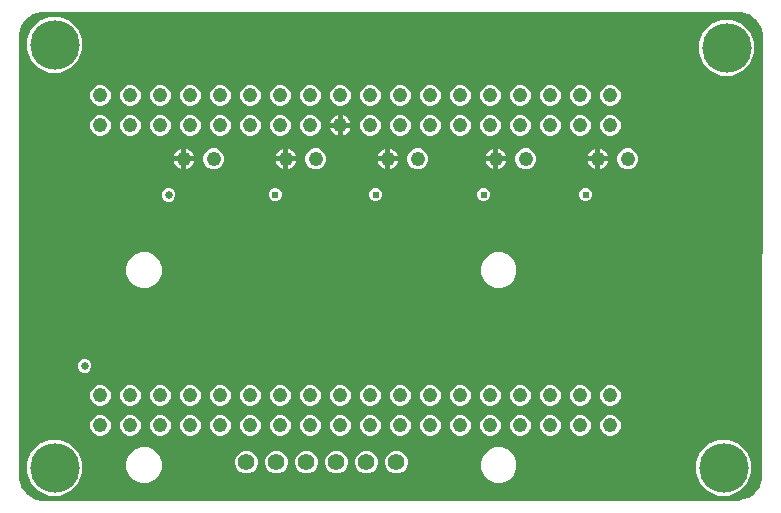
<source format=gbr>
G04 EAGLE Gerber RS-274X export*
G75*
%MOMM*%
%FSLAX34Y34*%
%LPD*%
%INCopper Layer 15*%
%IPPOS*%
%AMOC8*
5,1,8,0,0,1.08239X$1,22.5*%
G01*
%ADD10C,1.244600*%
%ADD11C,4.191000*%
%ADD12C,1.400000*%
%ADD13C,0.654800*%
%ADD14C,0.609600*%

G36*
X23906Y2539D02*
X23906Y2539D01*
X23970Y2541D01*
X25234Y2541D01*
X25255Y2543D01*
X25344Y2546D01*
X26318Y2631D01*
X26318Y2630D01*
X26430Y2602D01*
X26540Y2565D01*
X26584Y2562D01*
X26626Y2551D01*
X26787Y2541D01*
X607822Y2541D01*
X607920Y2553D01*
X608019Y2556D01*
X608077Y2573D01*
X608137Y2581D01*
X608229Y2617D01*
X608325Y2645D01*
X608377Y2675D01*
X608433Y2698D01*
X608513Y2756D01*
X608589Y2801D01*
X608613Y2805D01*
X608669Y2832D01*
X609656Y2746D01*
X609677Y2746D01*
X609766Y2741D01*
X611015Y2741D01*
X611032Y2736D01*
X611131Y2730D01*
X611151Y2727D01*
X611164Y2728D01*
X611193Y2726D01*
X613323Y2726D01*
X613408Y2737D01*
X613493Y2738D01*
X613627Y2765D01*
X613638Y2766D01*
X613642Y2768D01*
X613651Y2769D01*
X620176Y4518D01*
X620307Y4571D01*
X620438Y4620D01*
X620460Y4634D01*
X620471Y4638D01*
X620487Y4650D01*
X620576Y4704D01*
X626109Y8579D01*
X626214Y8674D01*
X626321Y8765D01*
X626337Y8785D01*
X626345Y8793D01*
X626356Y8809D01*
X626421Y8891D01*
X630296Y14424D01*
X630362Y14549D01*
X630431Y14671D01*
X630439Y14696D01*
X630444Y14706D01*
X630449Y14725D01*
X630482Y14824D01*
X632231Y21349D01*
X632242Y21434D01*
X632264Y21517D01*
X632272Y21653D01*
X632274Y21664D01*
X632273Y21668D01*
X632274Y21677D01*
X632274Y23809D01*
X632261Y23907D01*
X632259Y24001D01*
X632259Y25234D01*
X632257Y25255D01*
X632254Y25345D01*
X632169Y26317D01*
X632170Y26318D01*
X632199Y26431D01*
X632236Y26541D01*
X632239Y26584D01*
X632250Y26626D01*
X632260Y26787D01*
X632459Y392314D01*
X632453Y392357D01*
X632456Y392402D01*
X632433Y392515D01*
X632419Y392629D01*
X632403Y392670D01*
X632394Y392714D01*
X632368Y392768D01*
X632455Y393757D01*
X632454Y393778D01*
X632459Y393866D01*
X632460Y395120D01*
X632464Y395133D01*
X632470Y395232D01*
X632473Y395252D01*
X632472Y395265D01*
X632474Y395294D01*
X632474Y397423D01*
X632463Y397508D01*
X632462Y397593D01*
X632435Y397727D01*
X632434Y397738D01*
X632432Y397742D01*
X632431Y397751D01*
X630682Y404276D01*
X630629Y404407D01*
X630580Y404538D01*
X630566Y404560D01*
X630562Y404571D01*
X630550Y404587D01*
X630496Y404676D01*
X626621Y410209D01*
X626526Y410314D01*
X626435Y410421D01*
X626415Y410437D01*
X626407Y410445D01*
X626391Y410456D01*
X626309Y410521D01*
X620776Y414396D01*
X620651Y414462D01*
X620529Y414531D01*
X620504Y414539D01*
X620494Y414544D01*
X620475Y414549D01*
X620376Y414582D01*
X613851Y416331D01*
X613766Y416342D01*
X613683Y416364D01*
X613547Y416372D01*
X613536Y416374D01*
X613532Y416373D01*
X613523Y416374D01*
X611393Y416374D01*
X611294Y416361D01*
X611225Y416359D01*
X609966Y416359D01*
X609945Y416357D01*
X609856Y416354D01*
X608882Y416269D01*
X608882Y416270D01*
X608770Y416298D01*
X608660Y416335D01*
X608616Y416338D01*
X608574Y416349D01*
X608413Y416359D01*
X601777Y416359D01*
X601773Y416359D01*
X600160Y416359D01*
X600159Y416359D01*
X598630Y416359D01*
X598622Y416360D01*
X26787Y416559D01*
X26743Y416553D01*
X26699Y416556D01*
X26586Y416534D01*
X26471Y416519D01*
X26430Y416503D01*
X26387Y416494D01*
X26332Y416468D01*
X25344Y416555D01*
X25322Y416554D01*
X25233Y416559D01*
X23982Y416560D01*
X23967Y416564D01*
X23869Y416570D01*
X23848Y416573D01*
X23836Y416572D01*
X23807Y416574D01*
X21645Y416574D01*
X21560Y416563D01*
X21475Y416562D01*
X21340Y416535D01*
X21330Y416534D01*
X21326Y416532D01*
X21317Y416531D01*
X14730Y414766D01*
X14599Y414712D01*
X14468Y414663D01*
X14446Y414650D01*
X14435Y414645D01*
X14419Y414634D01*
X14330Y414579D01*
X8744Y410668D01*
X8640Y410573D01*
X8533Y410482D01*
X8517Y410462D01*
X8508Y410454D01*
X8497Y410438D01*
X8432Y410356D01*
X4521Y404770D01*
X4455Y404645D01*
X4386Y404523D01*
X4378Y404499D01*
X4372Y404489D01*
X4368Y404469D01*
X4334Y404370D01*
X2569Y397783D01*
X2558Y397698D01*
X2536Y397615D01*
X2528Y397479D01*
X2526Y397468D01*
X2527Y397464D01*
X2526Y397455D01*
X2526Y395293D01*
X2539Y395194D01*
X2541Y395125D01*
X2541Y393866D01*
X2543Y393845D01*
X2546Y393756D01*
X2631Y392782D01*
X2630Y392782D01*
X2602Y392670D01*
X2565Y392560D01*
X2562Y392516D01*
X2551Y392474D01*
X2541Y392313D01*
X2541Y26787D01*
X2546Y26743D01*
X2544Y26700D01*
X2566Y26586D01*
X2581Y26471D01*
X2597Y26431D01*
X2605Y26387D01*
X2632Y26331D01*
X2546Y25344D01*
X2546Y25323D01*
X2541Y25234D01*
X2541Y23985D01*
X2536Y23968D01*
X2530Y23868D01*
X2527Y23848D01*
X2528Y23835D01*
X2526Y23807D01*
X2526Y21645D01*
X2537Y21560D01*
X2538Y21475D01*
X2565Y21340D01*
X2566Y21330D01*
X2568Y21326D01*
X2569Y21317D01*
X4334Y14730D01*
X4388Y14599D01*
X4437Y14468D01*
X4450Y14446D01*
X4455Y14435D01*
X4466Y14419D01*
X4521Y14330D01*
X8432Y8744D01*
X8527Y8640D01*
X8618Y8533D01*
X8638Y8517D01*
X8646Y8508D01*
X8662Y8497D01*
X8744Y8432D01*
X14330Y4521D01*
X14455Y4455D01*
X14577Y4386D01*
X14601Y4378D01*
X14611Y4372D01*
X14631Y4368D01*
X14730Y4334D01*
X21317Y2569D01*
X21402Y2558D01*
X21485Y2536D01*
X21621Y2528D01*
X21632Y2526D01*
X21636Y2527D01*
X21645Y2526D01*
X23807Y2526D01*
X23906Y2539D01*
G37*
%LPC*%
G36*
X28346Y365124D02*
X28346Y365124D01*
X19711Y368701D01*
X13101Y375311D01*
X9524Y383946D01*
X9524Y393294D01*
X13101Y401929D01*
X19711Y408539D01*
X28346Y412116D01*
X37694Y412116D01*
X46329Y408539D01*
X52939Y401929D01*
X56516Y393294D01*
X56516Y383946D01*
X52939Y375311D01*
X46329Y368701D01*
X37694Y365124D01*
X28346Y365124D01*
G37*
%LPD*%
%LPC*%
G36*
X597306Y362584D02*
X597306Y362584D01*
X588671Y366161D01*
X582061Y372771D01*
X578484Y381406D01*
X578484Y390754D01*
X582061Y399389D01*
X588671Y405999D01*
X597306Y409576D01*
X606654Y409576D01*
X615289Y405999D01*
X621899Y399389D01*
X625476Y390754D01*
X625476Y381406D01*
X621899Y372771D01*
X615289Y366161D01*
X606654Y362584D01*
X597306Y362584D01*
G37*
%LPD*%
%LPC*%
G36*
X28346Y6984D02*
X28346Y6984D01*
X19711Y10561D01*
X13101Y17171D01*
X9524Y25806D01*
X9524Y35154D01*
X13101Y43789D01*
X19711Y50399D01*
X28346Y53976D01*
X37694Y53976D01*
X46329Y50399D01*
X52939Y43789D01*
X56516Y35154D01*
X56516Y25806D01*
X52939Y17171D01*
X46329Y10561D01*
X37694Y6984D01*
X28346Y6984D01*
G37*
%LPD*%
%LPC*%
G36*
X594766Y6984D02*
X594766Y6984D01*
X586131Y10561D01*
X579521Y17171D01*
X575944Y25806D01*
X575944Y35154D01*
X579521Y43789D01*
X586131Y50399D01*
X594766Y53976D01*
X604114Y53976D01*
X612749Y50399D01*
X619359Y43789D01*
X622936Y35154D01*
X622936Y25806D01*
X619359Y17171D01*
X612749Y10561D01*
X604114Y6984D01*
X594766Y6984D01*
G37*
%LPD*%
%LPC*%
G36*
X105908Y17659D02*
X105908Y17659D01*
X100380Y19949D01*
X96149Y24180D01*
X93859Y29708D01*
X93859Y35692D01*
X96149Y41220D01*
X100380Y45451D01*
X105908Y47741D01*
X111892Y47741D01*
X117420Y45451D01*
X121651Y41220D01*
X123941Y35692D01*
X123941Y29708D01*
X121651Y24180D01*
X117420Y19949D01*
X111892Y17659D01*
X105908Y17659D01*
G37*
%LPD*%
%LPC*%
G36*
X405908Y17659D02*
X405908Y17659D01*
X400380Y19949D01*
X396149Y24180D01*
X393859Y29708D01*
X393859Y35692D01*
X396149Y41220D01*
X400380Y45451D01*
X405908Y47741D01*
X411892Y47741D01*
X417420Y45451D01*
X421651Y41220D01*
X423941Y35692D01*
X423941Y29708D01*
X421651Y24180D01*
X417420Y19949D01*
X411892Y17659D01*
X405908Y17659D01*
G37*
%LPD*%
%LPC*%
G36*
X105908Y182659D02*
X105908Y182659D01*
X100380Y184949D01*
X96149Y189180D01*
X93859Y194708D01*
X93859Y200692D01*
X96149Y206220D01*
X100380Y210451D01*
X105908Y212741D01*
X111892Y212741D01*
X117420Y210451D01*
X121651Y206220D01*
X123941Y200692D01*
X123941Y194708D01*
X121651Y189180D01*
X117420Y184949D01*
X111892Y182659D01*
X105908Y182659D01*
G37*
%LPD*%
%LPC*%
G36*
X405908Y182659D02*
X405908Y182659D01*
X400380Y184949D01*
X396149Y189180D01*
X393859Y194708D01*
X393859Y200692D01*
X396149Y206220D01*
X400380Y210451D01*
X405908Y212741D01*
X411892Y212741D01*
X417420Y210451D01*
X421651Y206220D01*
X423941Y200692D01*
X423941Y194708D01*
X421651Y189180D01*
X417420Y184949D01*
X411892Y182659D01*
X405908Y182659D01*
G37*
%LPD*%
%LPC*%
G36*
X193502Y25699D02*
X193502Y25699D01*
X189996Y27152D01*
X187312Y29836D01*
X185859Y33342D01*
X185859Y37138D01*
X187312Y40644D01*
X189996Y43328D01*
X193502Y44781D01*
X197298Y44781D01*
X200804Y43328D01*
X203488Y40644D01*
X204941Y37138D01*
X204941Y33342D01*
X203488Y29836D01*
X200804Y27152D01*
X197298Y25699D01*
X193502Y25699D01*
G37*
%LPD*%
%LPC*%
G36*
X218902Y25699D02*
X218902Y25699D01*
X215396Y27152D01*
X212712Y29836D01*
X211259Y33342D01*
X211259Y37138D01*
X212712Y40644D01*
X215396Y43328D01*
X218902Y44781D01*
X222698Y44781D01*
X226204Y43328D01*
X228888Y40644D01*
X230341Y37138D01*
X230341Y33342D01*
X228888Y29836D01*
X226204Y27152D01*
X222698Y25699D01*
X218902Y25699D01*
G37*
%LPD*%
%LPC*%
G36*
X244302Y25699D02*
X244302Y25699D01*
X240796Y27152D01*
X238112Y29836D01*
X236659Y33342D01*
X236659Y37138D01*
X238112Y40644D01*
X240796Y43328D01*
X244302Y44781D01*
X248098Y44781D01*
X251604Y43328D01*
X254288Y40644D01*
X255741Y37138D01*
X255741Y33342D01*
X254288Y29836D01*
X251604Y27152D01*
X248098Y25699D01*
X244302Y25699D01*
G37*
%LPD*%
%LPC*%
G36*
X269702Y25699D02*
X269702Y25699D01*
X266196Y27152D01*
X263512Y29836D01*
X262059Y33342D01*
X262059Y37138D01*
X263512Y40644D01*
X266196Y43328D01*
X269702Y44781D01*
X273498Y44781D01*
X277004Y43328D01*
X279688Y40644D01*
X281141Y37138D01*
X281141Y33342D01*
X279688Y29836D01*
X277004Y27152D01*
X273498Y25699D01*
X269702Y25699D01*
G37*
%LPD*%
%LPC*%
G36*
X295102Y25699D02*
X295102Y25699D01*
X291596Y27152D01*
X288912Y29836D01*
X287459Y33342D01*
X287459Y37138D01*
X288912Y40644D01*
X291596Y43328D01*
X295102Y44781D01*
X298898Y44781D01*
X302404Y43328D01*
X305088Y40644D01*
X306541Y37138D01*
X306541Y33342D01*
X305088Y29836D01*
X302404Y27152D01*
X298898Y25699D01*
X295102Y25699D01*
G37*
%LPD*%
%LPC*%
G36*
X320502Y25699D02*
X320502Y25699D01*
X316996Y27152D01*
X314312Y29836D01*
X312859Y33342D01*
X312859Y37138D01*
X314312Y40644D01*
X316996Y43328D01*
X320502Y44781D01*
X324298Y44781D01*
X327804Y43328D01*
X330488Y40644D01*
X331941Y37138D01*
X331941Y33342D01*
X330488Y29836D01*
X327804Y27152D01*
X324298Y25699D01*
X320502Y25699D01*
G37*
%LPD*%
%LPC*%
G36*
X298657Y336936D02*
X298657Y336936D01*
X295436Y338270D01*
X292970Y340736D01*
X291636Y343957D01*
X291636Y347443D01*
X292970Y350664D01*
X295436Y353130D01*
X298657Y354464D01*
X302143Y354464D01*
X305364Y353130D01*
X307830Y350664D01*
X309164Y347443D01*
X309164Y343957D01*
X307830Y340736D01*
X305364Y338270D01*
X302143Y336936D01*
X298657Y336936D01*
G37*
%LPD*%
%LPC*%
G36*
X273257Y336936D02*
X273257Y336936D01*
X270036Y338270D01*
X267570Y340736D01*
X266236Y343957D01*
X266236Y347443D01*
X267570Y350664D01*
X270036Y353130D01*
X273257Y354464D01*
X276743Y354464D01*
X279964Y353130D01*
X282430Y350664D01*
X283764Y347443D01*
X283764Y343957D01*
X282430Y340736D01*
X279964Y338270D01*
X276743Y336936D01*
X273257Y336936D01*
G37*
%LPD*%
%LPC*%
G36*
X247857Y336936D02*
X247857Y336936D01*
X244636Y338270D01*
X242170Y340736D01*
X240836Y343957D01*
X240836Y347443D01*
X242170Y350664D01*
X244636Y353130D01*
X247857Y354464D01*
X251343Y354464D01*
X254564Y353130D01*
X257030Y350664D01*
X258364Y347443D01*
X258364Y343957D01*
X257030Y340736D01*
X254564Y338270D01*
X251343Y336936D01*
X247857Y336936D01*
G37*
%LPD*%
%LPC*%
G36*
X171657Y336936D02*
X171657Y336936D01*
X168436Y338270D01*
X165970Y340736D01*
X164636Y343957D01*
X164636Y347443D01*
X165970Y350664D01*
X168436Y353130D01*
X171657Y354464D01*
X175143Y354464D01*
X178364Y353130D01*
X180830Y350664D01*
X182164Y347443D01*
X182164Y343957D01*
X180830Y340736D01*
X178364Y338270D01*
X175143Y336936D01*
X171657Y336936D01*
G37*
%LPD*%
%LPC*%
G36*
X197057Y336936D02*
X197057Y336936D01*
X193836Y338270D01*
X191370Y340736D01*
X190036Y343957D01*
X190036Y347443D01*
X191370Y350664D01*
X193836Y353130D01*
X197057Y354464D01*
X200543Y354464D01*
X203764Y353130D01*
X206230Y350664D01*
X207564Y347443D01*
X207564Y343957D01*
X206230Y340736D01*
X203764Y338270D01*
X200543Y336936D01*
X197057Y336936D01*
G37*
%LPD*%
%LPC*%
G36*
X222457Y336936D02*
X222457Y336936D01*
X219236Y338270D01*
X216770Y340736D01*
X215436Y343957D01*
X215436Y347443D01*
X216770Y350664D01*
X219236Y353130D01*
X222457Y354464D01*
X225943Y354464D01*
X229164Y353130D01*
X231630Y350664D01*
X232964Y347443D01*
X232964Y343957D01*
X231630Y340736D01*
X229164Y338270D01*
X225943Y336936D01*
X222457Y336936D01*
G37*
%LPD*%
%LPC*%
G36*
X146257Y336936D02*
X146257Y336936D01*
X143036Y338270D01*
X140570Y340736D01*
X139236Y343957D01*
X139236Y347443D01*
X140570Y350664D01*
X143036Y353130D01*
X146257Y354464D01*
X149743Y354464D01*
X152964Y353130D01*
X155430Y350664D01*
X156764Y347443D01*
X156764Y343957D01*
X155430Y340736D01*
X152964Y338270D01*
X149743Y336936D01*
X146257Y336936D01*
G37*
%LPD*%
%LPC*%
G36*
X120857Y336936D02*
X120857Y336936D01*
X117636Y338270D01*
X115170Y340736D01*
X113836Y343957D01*
X113836Y347443D01*
X115170Y350664D01*
X117636Y353130D01*
X120857Y354464D01*
X124343Y354464D01*
X127564Y353130D01*
X130030Y350664D01*
X131364Y347443D01*
X131364Y343957D01*
X130030Y340736D01*
X127564Y338270D01*
X124343Y336936D01*
X120857Y336936D01*
G37*
%LPD*%
%LPC*%
G36*
X501857Y336936D02*
X501857Y336936D01*
X498636Y338270D01*
X496170Y340736D01*
X494836Y343957D01*
X494836Y347443D01*
X496170Y350664D01*
X498636Y353130D01*
X501857Y354464D01*
X505343Y354464D01*
X508564Y353130D01*
X511030Y350664D01*
X512364Y347443D01*
X512364Y343957D01*
X511030Y340736D01*
X508564Y338270D01*
X505343Y336936D01*
X501857Y336936D01*
G37*
%LPD*%
%LPC*%
G36*
X70057Y336936D02*
X70057Y336936D01*
X66836Y338270D01*
X64370Y340736D01*
X63036Y343957D01*
X63036Y347443D01*
X64370Y350664D01*
X66836Y353130D01*
X70057Y354464D01*
X73543Y354464D01*
X76764Y353130D01*
X79230Y350664D01*
X80564Y347443D01*
X80564Y343957D01*
X79230Y340736D01*
X76764Y338270D01*
X73543Y336936D01*
X70057Y336936D01*
G37*
%LPD*%
%LPC*%
G36*
X95457Y336936D02*
X95457Y336936D01*
X92236Y338270D01*
X89770Y340736D01*
X88436Y343957D01*
X88436Y347443D01*
X89770Y350664D01*
X92236Y353130D01*
X95457Y354464D01*
X98943Y354464D01*
X102164Y353130D01*
X104630Y350664D01*
X105964Y347443D01*
X105964Y343957D01*
X104630Y340736D01*
X102164Y338270D01*
X98943Y336936D01*
X95457Y336936D01*
G37*
%LPD*%
%LPC*%
G36*
X476457Y336936D02*
X476457Y336936D01*
X473236Y338270D01*
X470770Y340736D01*
X469436Y343957D01*
X469436Y347443D01*
X470770Y350664D01*
X473236Y353130D01*
X476457Y354464D01*
X479943Y354464D01*
X483164Y353130D01*
X485630Y350664D01*
X486964Y347443D01*
X486964Y343957D01*
X485630Y340736D01*
X483164Y338270D01*
X479943Y336936D01*
X476457Y336936D01*
G37*
%LPD*%
%LPC*%
G36*
X451057Y336936D02*
X451057Y336936D01*
X447836Y338270D01*
X445370Y340736D01*
X444036Y343957D01*
X444036Y347443D01*
X445370Y350664D01*
X447836Y353130D01*
X451057Y354464D01*
X454543Y354464D01*
X457764Y353130D01*
X460230Y350664D01*
X461564Y347443D01*
X461564Y343957D01*
X460230Y340736D01*
X457764Y338270D01*
X454543Y336936D01*
X451057Y336936D01*
G37*
%LPD*%
%LPC*%
G36*
X425657Y336936D02*
X425657Y336936D01*
X422436Y338270D01*
X419970Y340736D01*
X418636Y343957D01*
X418636Y347443D01*
X419970Y350664D01*
X422436Y353130D01*
X425657Y354464D01*
X429143Y354464D01*
X432364Y353130D01*
X434830Y350664D01*
X436164Y347443D01*
X436164Y343957D01*
X434830Y340736D01*
X432364Y338270D01*
X429143Y336936D01*
X425657Y336936D01*
G37*
%LPD*%
%LPC*%
G36*
X400257Y336936D02*
X400257Y336936D01*
X397036Y338270D01*
X394570Y340736D01*
X393236Y343957D01*
X393236Y347443D01*
X394570Y350664D01*
X397036Y353130D01*
X400257Y354464D01*
X403743Y354464D01*
X406964Y353130D01*
X409430Y350664D01*
X410764Y347443D01*
X410764Y343957D01*
X409430Y340736D01*
X406964Y338270D01*
X403743Y336936D01*
X400257Y336936D01*
G37*
%LPD*%
%LPC*%
G36*
X374857Y336936D02*
X374857Y336936D01*
X371636Y338270D01*
X369170Y340736D01*
X367836Y343957D01*
X367836Y347443D01*
X369170Y350664D01*
X371636Y353130D01*
X374857Y354464D01*
X378343Y354464D01*
X381564Y353130D01*
X384030Y350664D01*
X385364Y347443D01*
X385364Y343957D01*
X384030Y340736D01*
X381564Y338270D01*
X378343Y336936D01*
X374857Y336936D01*
G37*
%LPD*%
%LPC*%
G36*
X349457Y336936D02*
X349457Y336936D01*
X346236Y338270D01*
X343770Y340736D01*
X342436Y343957D01*
X342436Y347443D01*
X343770Y350664D01*
X346236Y353130D01*
X349457Y354464D01*
X352943Y354464D01*
X356164Y353130D01*
X358630Y350664D01*
X359964Y347443D01*
X359964Y343957D01*
X358630Y340736D01*
X356164Y338270D01*
X352943Y336936D01*
X349457Y336936D01*
G37*
%LPD*%
%LPC*%
G36*
X324057Y336936D02*
X324057Y336936D01*
X320836Y338270D01*
X318370Y340736D01*
X317036Y343957D01*
X317036Y347443D01*
X318370Y350664D01*
X320836Y353130D01*
X324057Y354464D01*
X327543Y354464D01*
X330764Y353130D01*
X333230Y350664D01*
X334564Y347443D01*
X334564Y343957D01*
X333230Y340736D01*
X330764Y338270D01*
X327543Y336936D01*
X324057Y336936D01*
G37*
%LPD*%
%LPC*%
G36*
X501857Y311536D02*
X501857Y311536D01*
X498636Y312870D01*
X496170Y315336D01*
X494836Y318557D01*
X494836Y322043D01*
X496170Y325264D01*
X498636Y327730D01*
X501857Y329064D01*
X505343Y329064D01*
X508564Y327730D01*
X511030Y325264D01*
X512364Y322043D01*
X512364Y318557D01*
X511030Y315336D01*
X508564Y312870D01*
X505343Y311536D01*
X501857Y311536D01*
G37*
%LPD*%
%LPC*%
G36*
X476457Y311536D02*
X476457Y311536D01*
X473236Y312870D01*
X470770Y315336D01*
X469436Y318557D01*
X469436Y322043D01*
X470770Y325264D01*
X473236Y327730D01*
X476457Y329064D01*
X479943Y329064D01*
X483164Y327730D01*
X485630Y325264D01*
X486964Y322043D01*
X486964Y318557D01*
X485630Y315336D01*
X483164Y312870D01*
X479943Y311536D01*
X476457Y311536D01*
G37*
%LPD*%
%LPC*%
G36*
X451057Y311536D02*
X451057Y311536D01*
X447836Y312870D01*
X445370Y315336D01*
X444036Y318557D01*
X444036Y322043D01*
X445370Y325264D01*
X447836Y327730D01*
X451057Y329064D01*
X454543Y329064D01*
X457764Y327730D01*
X460230Y325264D01*
X461564Y322043D01*
X461564Y318557D01*
X460230Y315336D01*
X457764Y312870D01*
X454543Y311536D01*
X451057Y311536D01*
G37*
%LPD*%
%LPC*%
G36*
X425657Y311536D02*
X425657Y311536D01*
X422436Y312870D01*
X419970Y315336D01*
X418636Y318557D01*
X418636Y322043D01*
X419970Y325264D01*
X422436Y327730D01*
X425657Y329064D01*
X429143Y329064D01*
X432364Y327730D01*
X434830Y325264D01*
X436164Y322043D01*
X436164Y318557D01*
X434830Y315336D01*
X432364Y312870D01*
X429143Y311536D01*
X425657Y311536D01*
G37*
%LPD*%
%LPC*%
G36*
X400257Y311536D02*
X400257Y311536D01*
X397036Y312870D01*
X394570Y315336D01*
X393236Y318557D01*
X393236Y322043D01*
X394570Y325264D01*
X397036Y327730D01*
X400257Y329064D01*
X403743Y329064D01*
X406964Y327730D01*
X409430Y325264D01*
X410764Y322043D01*
X410764Y318557D01*
X409430Y315336D01*
X406964Y312870D01*
X403743Y311536D01*
X400257Y311536D01*
G37*
%LPD*%
%LPC*%
G36*
X374857Y311536D02*
X374857Y311536D01*
X371636Y312870D01*
X369170Y315336D01*
X367836Y318557D01*
X367836Y322043D01*
X369170Y325264D01*
X371636Y327730D01*
X374857Y329064D01*
X378343Y329064D01*
X381564Y327730D01*
X384030Y325264D01*
X385364Y322043D01*
X385364Y318557D01*
X384030Y315336D01*
X381564Y312870D01*
X378343Y311536D01*
X374857Y311536D01*
G37*
%LPD*%
%LPC*%
G36*
X349457Y311536D02*
X349457Y311536D01*
X346236Y312870D01*
X343770Y315336D01*
X342436Y318557D01*
X342436Y322043D01*
X343770Y325264D01*
X346236Y327730D01*
X349457Y329064D01*
X352943Y329064D01*
X356164Y327730D01*
X358630Y325264D01*
X359964Y322043D01*
X359964Y318557D01*
X358630Y315336D01*
X356164Y312870D01*
X352943Y311536D01*
X349457Y311536D01*
G37*
%LPD*%
%LPC*%
G36*
X324057Y311536D02*
X324057Y311536D01*
X320836Y312870D01*
X318370Y315336D01*
X317036Y318557D01*
X317036Y322043D01*
X318370Y325264D01*
X320836Y327730D01*
X324057Y329064D01*
X327543Y329064D01*
X330764Y327730D01*
X333230Y325264D01*
X334564Y322043D01*
X334564Y318557D01*
X333230Y315336D01*
X330764Y312870D01*
X327543Y311536D01*
X324057Y311536D01*
G37*
%LPD*%
%LPC*%
G36*
X298657Y311536D02*
X298657Y311536D01*
X295436Y312870D01*
X292970Y315336D01*
X291636Y318557D01*
X291636Y322043D01*
X292970Y325264D01*
X295436Y327730D01*
X298657Y329064D01*
X302143Y329064D01*
X305364Y327730D01*
X307830Y325264D01*
X309164Y322043D01*
X309164Y318557D01*
X307830Y315336D01*
X305364Y312870D01*
X302143Y311536D01*
X298657Y311536D01*
G37*
%LPD*%
%LPC*%
G36*
X247857Y311536D02*
X247857Y311536D01*
X244636Y312870D01*
X242170Y315336D01*
X240836Y318557D01*
X240836Y322043D01*
X242170Y325264D01*
X244636Y327730D01*
X247857Y329064D01*
X251343Y329064D01*
X254564Y327730D01*
X257030Y325264D01*
X258364Y322043D01*
X258364Y318557D01*
X257030Y315336D01*
X254564Y312870D01*
X251343Y311536D01*
X247857Y311536D01*
G37*
%LPD*%
%LPC*%
G36*
X222457Y311536D02*
X222457Y311536D01*
X219236Y312870D01*
X216770Y315336D01*
X215436Y318557D01*
X215436Y322043D01*
X216770Y325264D01*
X219236Y327730D01*
X222457Y329064D01*
X225943Y329064D01*
X229164Y327730D01*
X231630Y325264D01*
X232964Y322043D01*
X232964Y318557D01*
X231630Y315336D01*
X229164Y312870D01*
X225943Y311536D01*
X222457Y311536D01*
G37*
%LPD*%
%LPC*%
G36*
X197057Y311536D02*
X197057Y311536D01*
X193836Y312870D01*
X191370Y315336D01*
X190036Y318557D01*
X190036Y322043D01*
X191370Y325264D01*
X193836Y327730D01*
X197057Y329064D01*
X200543Y329064D01*
X203764Y327730D01*
X206230Y325264D01*
X207564Y322043D01*
X207564Y318557D01*
X206230Y315336D01*
X203764Y312870D01*
X200543Y311536D01*
X197057Y311536D01*
G37*
%LPD*%
%LPC*%
G36*
X171657Y311536D02*
X171657Y311536D01*
X168436Y312870D01*
X165970Y315336D01*
X164636Y318557D01*
X164636Y322043D01*
X165970Y325264D01*
X168436Y327730D01*
X171657Y329064D01*
X175143Y329064D01*
X178364Y327730D01*
X180830Y325264D01*
X182164Y322043D01*
X182164Y318557D01*
X180830Y315336D01*
X178364Y312870D01*
X175143Y311536D01*
X171657Y311536D01*
G37*
%LPD*%
%LPC*%
G36*
X146257Y311536D02*
X146257Y311536D01*
X143036Y312870D01*
X140570Y315336D01*
X139236Y318557D01*
X139236Y322043D01*
X140570Y325264D01*
X143036Y327730D01*
X146257Y329064D01*
X149743Y329064D01*
X152964Y327730D01*
X155430Y325264D01*
X156764Y322043D01*
X156764Y318557D01*
X155430Y315336D01*
X152964Y312870D01*
X149743Y311536D01*
X146257Y311536D01*
G37*
%LPD*%
%LPC*%
G36*
X120857Y311536D02*
X120857Y311536D01*
X117636Y312870D01*
X115170Y315336D01*
X113836Y318557D01*
X113836Y322043D01*
X115170Y325264D01*
X117636Y327730D01*
X120857Y329064D01*
X124343Y329064D01*
X127564Y327730D01*
X130030Y325264D01*
X131364Y322043D01*
X131364Y318557D01*
X130030Y315336D01*
X127564Y312870D01*
X124343Y311536D01*
X120857Y311536D01*
G37*
%LPD*%
%LPC*%
G36*
X95457Y311536D02*
X95457Y311536D01*
X92236Y312870D01*
X89770Y315336D01*
X88436Y318557D01*
X88436Y322043D01*
X89770Y325264D01*
X92236Y327730D01*
X95457Y329064D01*
X98943Y329064D01*
X102164Y327730D01*
X104630Y325264D01*
X105964Y322043D01*
X105964Y318557D01*
X104630Y315336D01*
X102164Y312870D01*
X98943Y311536D01*
X95457Y311536D01*
G37*
%LPD*%
%LPC*%
G36*
X70057Y311536D02*
X70057Y311536D01*
X66836Y312870D01*
X64370Y315336D01*
X63036Y318557D01*
X63036Y322043D01*
X64370Y325264D01*
X66836Y327730D01*
X70057Y329064D01*
X73543Y329064D01*
X76764Y327730D01*
X79230Y325264D01*
X80564Y322043D01*
X80564Y318557D01*
X79230Y315336D01*
X76764Y312870D01*
X73543Y311536D01*
X70057Y311536D01*
G37*
%LPD*%
%LPC*%
G36*
X400257Y57536D02*
X400257Y57536D01*
X397036Y58870D01*
X394570Y61336D01*
X393236Y64557D01*
X393236Y68043D01*
X394570Y71264D01*
X397036Y73730D01*
X400257Y75064D01*
X403743Y75064D01*
X406964Y73730D01*
X409430Y71264D01*
X410764Y68043D01*
X410764Y64557D01*
X409430Y61336D01*
X406964Y58870D01*
X403743Y57536D01*
X400257Y57536D01*
G37*
%LPD*%
%LPC*%
G36*
X374857Y57536D02*
X374857Y57536D01*
X371636Y58870D01*
X369170Y61336D01*
X367836Y64557D01*
X367836Y68043D01*
X369170Y71264D01*
X371636Y73730D01*
X374857Y75064D01*
X378343Y75064D01*
X381564Y73730D01*
X384030Y71264D01*
X385364Y68043D01*
X385364Y64557D01*
X384030Y61336D01*
X381564Y58870D01*
X378343Y57536D01*
X374857Y57536D01*
G37*
%LPD*%
%LPC*%
G36*
X95457Y57536D02*
X95457Y57536D01*
X92236Y58870D01*
X89770Y61336D01*
X88436Y64557D01*
X88436Y68043D01*
X89770Y71264D01*
X92236Y73730D01*
X95457Y75064D01*
X98943Y75064D01*
X102164Y73730D01*
X104630Y71264D01*
X105964Y68043D01*
X105964Y64557D01*
X104630Y61336D01*
X102164Y58870D01*
X98943Y57536D01*
X95457Y57536D01*
G37*
%LPD*%
%LPC*%
G36*
X70057Y57536D02*
X70057Y57536D01*
X66836Y58870D01*
X64370Y61336D01*
X63036Y64557D01*
X63036Y68043D01*
X64370Y71264D01*
X66836Y73730D01*
X70057Y75064D01*
X73543Y75064D01*
X76764Y73730D01*
X79230Y71264D01*
X80564Y68043D01*
X80564Y64557D01*
X79230Y61336D01*
X76764Y58870D01*
X73543Y57536D01*
X70057Y57536D01*
G37*
%LPD*%
%LPC*%
G36*
X516417Y283336D02*
X516417Y283336D01*
X513196Y284670D01*
X510730Y287136D01*
X509396Y290357D01*
X509396Y293843D01*
X510730Y297064D01*
X513196Y299530D01*
X516417Y300864D01*
X519903Y300864D01*
X523124Y299530D01*
X525590Y297064D01*
X526924Y293843D01*
X526924Y290357D01*
X525590Y287136D01*
X523124Y284670D01*
X519903Y283336D01*
X516417Y283336D01*
G37*
%LPD*%
%LPC*%
G36*
X430057Y283336D02*
X430057Y283336D01*
X426836Y284670D01*
X424370Y287136D01*
X423036Y290357D01*
X423036Y293843D01*
X424370Y297064D01*
X426836Y299530D01*
X430057Y300864D01*
X433543Y300864D01*
X436764Y299530D01*
X439230Y297064D01*
X440564Y293843D01*
X440564Y290357D01*
X439230Y287136D01*
X436764Y284670D01*
X433543Y283336D01*
X430057Y283336D01*
G37*
%LPD*%
%LPC*%
G36*
X338617Y283336D02*
X338617Y283336D01*
X335396Y284670D01*
X332930Y287136D01*
X331596Y290357D01*
X331596Y293843D01*
X332930Y297064D01*
X335396Y299530D01*
X338617Y300864D01*
X342103Y300864D01*
X345324Y299530D01*
X347790Y297064D01*
X349124Y293843D01*
X349124Y290357D01*
X347790Y287136D01*
X345324Y284670D01*
X342103Y283336D01*
X338617Y283336D01*
G37*
%LPD*%
%LPC*%
G36*
X252257Y283336D02*
X252257Y283336D01*
X249036Y284670D01*
X246570Y287136D01*
X245236Y290357D01*
X245236Y293843D01*
X246570Y297064D01*
X249036Y299530D01*
X252257Y300864D01*
X255743Y300864D01*
X258964Y299530D01*
X261430Y297064D01*
X262764Y293843D01*
X262764Y290357D01*
X261430Y287136D01*
X258964Y284670D01*
X255743Y283336D01*
X252257Y283336D01*
G37*
%LPD*%
%LPC*%
G36*
X165897Y283336D02*
X165897Y283336D01*
X162676Y284670D01*
X160210Y287136D01*
X158876Y290357D01*
X158876Y293843D01*
X160210Y297064D01*
X162676Y299530D01*
X165897Y300864D01*
X169383Y300864D01*
X172604Y299530D01*
X175070Y297064D01*
X176404Y293843D01*
X176404Y290357D01*
X175070Y287136D01*
X172604Y284670D01*
X169383Y283336D01*
X165897Y283336D01*
G37*
%LPD*%
%LPC*%
G36*
X451057Y57536D02*
X451057Y57536D01*
X447836Y58870D01*
X445370Y61336D01*
X444036Y64557D01*
X444036Y68043D01*
X445370Y71264D01*
X447836Y73730D01*
X451057Y75064D01*
X454543Y75064D01*
X457764Y73730D01*
X460230Y71264D01*
X461564Y68043D01*
X461564Y64557D01*
X460230Y61336D01*
X457764Y58870D01*
X454543Y57536D01*
X451057Y57536D01*
G37*
%LPD*%
%LPC*%
G36*
X298657Y82936D02*
X298657Y82936D01*
X295436Y84270D01*
X292970Y86736D01*
X291636Y89957D01*
X291636Y93443D01*
X292970Y96664D01*
X295436Y99130D01*
X298657Y100464D01*
X302143Y100464D01*
X305364Y99130D01*
X307830Y96664D01*
X309164Y93443D01*
X309164Y89957D01*
X307830Y86736D01*
X305364Y84270D01*
X302143Y82936D01*
X298657Y82936D01*
G37*
%LPD*%
%LPC*%
G36*
X273257Y82936D02*
X273257Y82936D01*
X270036Y84270D01*
X267570Y86736D01*
X266236Y89957D01*
X266236Y93443D01*
X267570Y96664D01*
X270036Y99130D01*
X273257Y100464D01*
X276743Y100464D01*
X279964Y99130D01*
X282430Y96664D01*
X283764Y93443D01*
X283764Y89957D01*
X282430Y86736D01*
X279964Y84270D01*
X276743Y82936D01*
X273257Y82936D01*
G37*
%LPD*%
%LPC*%
G36*
X247857Y82936D02*
X247857Y82936D01*
X244636Y84270D01*
X242170Y86736D01*
X240836Y89957D01*
X240836Y93443D01*
X242170Y96664D01*
X244636Y99130D01*
X247857Y100464D01*
X251343Y100464D01*
X254564Y99130D01*
X257030Y96664D01*
X258364Y93443D01*
X258364Y89957D01*
X257030Y86736D01*
X254564Y84270D01*
X251343Y82936D01*
X247857Y82936D01*
G37*
%LPD*%
%LPC*%
G36*
X222457Y82936D02*
X222457Y82936D01*
X219236Y84270D01*
X216770Y86736D01*
X215436Y89957D01*
X215436Y93443D01*
X216770Y96664D01*
X219236Y99130D01*
X222457Y100464D01*
X225943Y100464D01*
X229164Y99130D01*
X231630Y96664D01*
X232964Y93443D01*
X232964Y89957D01*
X231630Y86736D01*
X229164Y84270D01*
X225943Y82936D01*
X222457Y82936D01*
G37*
%LPD*%
%LPC*%
G36*
X197057Y82936D02*
X197057Y82936D01*
X193836Y84270D01*
X191370Y86736D01*
X190036Y89957D01*
X190036Y93443D01*
X191370Y96664D01*
X193836Y99130D01*
X197057Y100464D01*
X200543Y100464D01*
X203764Y99130D01*
X206230Y96664D01*
X207564Y93443D01*
X207564Y89957D01*
X206230Y86736D01*
X203764Y84270D01*
X200543Y82936D01*
X197057Y82936D01*
G37*
%LPD*%
%LPC*%
G36*
X171657Y82936D02*
X171657Y82936D01*
X168436Y84270D01*
X165970Y86736D01*
X164636Y89957D01*
X164636Y93443D01*
X165970Y96664D01*
X168436Y99130D01*
X171657Y100464D01*
X175143Y100464D01*
X178364Y99130D01*
X180830Y96664D01*
X182164Y93443D01*
X182164Y89957D01*
X180830Y86736D01*
X178364Y84270D01*
X175143Y82936D01*
X171657Y82936D01*
G37*
%LPD*%
%LPC*%
G36*
X146257Y82936D02*
X146257Y82936D01*
X143036Y84270D01*
X140570Y86736D01*
X139236Y89957D01*
X139236Y93443D01*
X140570Y96664D01*
X143036Y99130D01*
X146257Y100464D01*
X149743Y100464D01*
X152964Y99130D01*
X155430Y96664D01*
X156764Y93443D01*
X156764Y89957D01*
X155430Y86736D01*
X152964Y84270D01*
X149743Y82936D01*
X146257Y82936D01*
G37*
%LPD*%
%LPC*%
G36*
X120857Y82936D02*
X120857Y82936D01*
X117636Y84270D01*
X115170Y86736D01*
X113836Y89957D01*
X113836Y93443D01*
X115170Y96664D01*
X117636Y99130D01*
X120857Y100464D01*
X124343Y100464D01*
X127564Y99130D01*
X130030Y96664D01*
X131364Y93443D01*
X131364Y89957D01*
X130030Y86736D01*
X127564Y84270D01*
X124343Y82936D01*
X120857Y82936D01*
G37*
%LPD*%
%LPC*%
G36*
X95457Y82936D02*
X95457Y82936D01*
X92236Y84270D01*
X89770Y86736D01*
X88436Y89957D01*
X88436Y93443D01*
X89770Y96664D01*
X92236Y99130D01*
X95457Y100464D01*
X98943Y100464D01*
X102164Y99130D01*
X104630Y96664D01*
X105964Y93443D01*
X105964Y89957D01*
X104630Y86736D01*
X102164Y84270D01*
X98943Y82936D01*
X95457Y82936D01*
G37*
%LPD*%
%LPC*%
G36*
X70057Y82936D02*
X70057Y82936D01*
X66836Y84270D01*
X64370Y86736D01*
X63036Y89957D01*
X63036Y93443D01*
X64370Y96664D01*
X66836Y99130D01*
X70057Y100464D01*
X73543Y100464D01*
X76764Y99130D01*
X79230Y96664D01*
X80564Y93443D01*
X80564Y89957D01*
X79230Y86736D01*
X76764Y84270D01*
X73543Y82936D01*
X70057Y82936D01*
G37*
%LPD*%
%LPC*%
G36*
X501857Y82936D02*
X501857Y82936D01*
X498636Y84270D01*
X496170Y86736D01*
X494836Y89957D01*
X494836Y93443D01*
X496170Y96664D01*
X498636Y99130D01*
X501857Y100464D01*
X505343Y100464D01*
X508564Y99130D01*
X511030Y96664D01*
X512364Y93443D01*
X512364Y89957D01*
X511030Y86736D01*
X508564Y84270D01*
X505343Y82936D01*
X501857Y82936D01*
G37*
%LPD*%
%LPC*%
G36*
X476457Y82936D02*
X476457Y82936D01*
X473236Y84270D01*
X470770Y86736D01*
X469436Y89957D01*
X469436Y93443D01*
X470770Y96664D01*
X473236Y99130D01*
X476457Y100464D01*
X479943Y100464D01*
X483164Y99130D01*
X485630Y96664D01*
X486964Y93443D01*
X486964Y89957D01*
X485630Y86736D01*
X483164Y84270D01*
X479943Y82936D01*
X476457Y82936D01*
G37*
%LPD*%
%LPC*%
G36*
X451057Y82936D02*
X451057Y82936D01*
X447836Y84270D01*
X445370Y86736D01*
X444036Y89957D01*
X444036Y93443D01*
X445370Y96664D01*
X447836Y99130D01*
X451057Y100464D01*
X454543Y100464D01*
X457764Y99130D01*
X460230Y96664D01*
X461564Y93443D01*
X461564Y89957D01*
X460230Y86736D01*
X457764Y84270D01*
X454543Y82936D01*
X451057Y82936D01*
G37*
%LPD*%
%LPC*%
G36*
X425657Y82936D02*
X425657Y82936D01*
X422436Y84270D01*
X419970Y86736D01*
X418636Y89957D01*
X418636Y93443D01*
X419970Y96664D01*
X422436Y99130D01*
X425657Y100464D01*
X429143Y100464D01*
X432364Y99130D01*
X434830Y96664D01*
X436164Y93443D01*
X436164Y89957D01*
X434830Y86736D01*
X432364Y84270D01*
X429143Y82936D01*
X425657Y82936D01*
G37*
%LPD*%
%LPC*%
G36*
X400257Y82936D02*
X400257Y82936D01*
X397036Y84270D01*
X394570Y86736D01*
X393236Y89957D01*
X393236Y93443D01*
X394570Y96664D01*
X397036Y99130D01*
X400257Y100464D01*
X403743Y100464D01*
X406964Y99130D01*
X409430Y96664D01*
X410764Y93443D01*
X410764Y89957D01*
X409430Y86736D01*
X406964Y84270D01*
X403743Y82936D01*
X400257Y82936D01*
G37*
%LPD*%
%LPC*%
G36*
X349457Y82936D02*
X349457Y82936D01*
X346236Y84270D01*
X343770Y86736D01*
X342436Y89957D01*
X342436Y93443D01*
X343770Y96664D01*
X346236Y99130D01*
X349457Y100464D01*
X352943Y100464D01*
X356164Y99130D01*
X358630Y96664D01*
X359964Y93443D01*
X359964Y89957D01*
X358630Y86736D01*
X356164Y84270D01*
X352943Y82936D01*
X349457Y82936D01*
G37*
%LPD*%
%LPC*%
G36*
X324057Y82936D02*
X324057Y82936D01*
X320836Y84270D01*
X318370Y86736D01*
X317036Y89957D01*
X317036Y93443D01*
X318370Y96664D01*
X320836Y99130D01*
X324057Y100464D01*
X327543Y100464D01*
X330764Y99130D01*
X333230Y96664D01*
X334564Y93443D01*
X334564Y89957D01*
X333230Y86736D01*
X330764Y84270D01*
X327543Y82936D01*
X324057Y82936D01*
G37*
%LPD*%
%LPC*%
G36*
X349457Y57536D02*
X349457Y57536D01*
X346236Y58870D01*
X343770Y61336D01*
X342436Y64557D01*
X342436Y68043D01*
X343770Y71264D01*
X346236Y73730D01*
X349457Y75064D01*
X352943Y75064D01*
X356164Y73730D01*
X358630Y71264D01*
X359964Y68043D01*
X359964Y64557D01*
X358630Y61336D01*
X356164Y58870D01*
X352943Y57536D01*
X349457Y57536D01*
G37*
%LPD*%
%LPC*%
G36*
X247857Y57536D02*
X247857Y57536D01*
X244636Y58870D01*
X242170Y61336D01*
X240836Y64557D01*
X240836Y68043D01*
X242170Y71264D01*
X244636Y73730D01*
X247857Y75064D01*
X251343Y75064D01*
X254564Y73730D01*
X257030Y71264D01*
X258364Y68043D01*
X258364Y64557D01*
X257030Y61336D01*
X254564Y58870D01*
X251343Y57536D01*
X247857Y57536D01*
G37*
%LPD*%
%LPC*%
G36*
X273257Y57536D02*
X273257Y57536D01*
X270036Y58870D01*
X267570Y61336D01*
X266236Y64557D01*
X266236Y68043D01*
X267570Y71264D01*
X270036Y73730D01*
X273257Y75064D01*
X276743Y75064D01*
X279964Y73730D01*
X282430Y71264D01*
X283764Y68043D01*
X283764Y64557D01*
X282430Y61336D01*
X279964Y58870D01*
X276743Y57536D01*
X273257Y57536D01*
G37*
%LPD*%
%LPC*%
G36*
X298657Y57536D02*
X298657Y57536D01*
X295436Y58870D01*
X292970Y61336D01*
X291636Y64557D01*
X291636Y68043D01*
X292970Y71264D01*
X295436Y73730D01*
X298657Y75064D01*
X302143Y75064D01*
X305364Y73730D01*
X307830Y71264D01*
X309164Y68043D01*
X309164Y64557D01*
X307830Y61336D01*
X305364Y58870D01*
X302143Y57536D01*
X298657Y57536D01*
G37*
%LPD*%
%LPC*%
G36*
X324057Y57536D02*
X324057Y57536D01*
X320836Y58870D01*
X318370Y61336D01*
X317036Y64557D01*
X317036Y68043D01*
X318370Y71264D01*
X320836Y73730D01*
X324057Y75064D01*
X327543Y75064D01*
X330764Y73730D01*
X333230Y71264D01*
X334564Y68043D01*
X334564Y64557D01*
X333230Y61336D01*
X330764Y58870D01*
X327543Y57536D01*
X324057Y57536D01*
G37*
%LPD*%
%LPC*%
G36*
X222457Y57536D02*
X222457Y57536D01*
X219236Y58870D01*
X216770Y61336D01*
X215436Y64557D01*
X215436Y68043D01*
X216770Y71264D01*
X219236Y73730D01*
X222457Y75064D01*
X225943Y75064D01*
X229164Y73730D01*
X231630Y71264D01*
X232964Y68043D01*
X232964Y64557D01*
X231630Y61336D01*
X229164Y58870D01*
X225943Y57536D01*
X222457Y57536D01*
G37*
%LPD*%
%LPC*%
G36*
X120857Y57536D02*
X120857Y57536D01*
X117636Y58870D01*
X115170Y61336D01*
X113836Y64557D01*
X113836Y68043D01*
X115170Y71264D01*
X117636Y73730D01*
X120857Y75064D01*
X124343Y75064D01*
X127564Y73730D01*
X130030Y71264D01*
X131364Y68043D01*
X131364Y64557D01*
X130030Y61336D01*
X127564Y58870D01*
X124343Y57536D01*
X120857Y57536D01*
G37*
%LPD*%
%LPC*%
G36*
X146257Y57536D02*
X146257Y57536D01*
X143036Y58870D01*
X140570Y61336D01*
X139236Y64557D01*
X139236Y68043D01*
X140570Y71264D01*
X143036Y73730D01*
X146257Y75064D01*
X149743Y75064D01*
X152964Y73730D01*
X155430Y71264D01*
X156764Y68043D01*
X156764Y64557D01*
X155430Y61336D01*
X152964Y58870D01*
X149743Y57536D01*
X146257Y57536D01*
G37*
%LPD*%
%LPC*%
G36*
X171657Y57536D02*
X171657Y57536D01*
X168436Y58870D01*
X165970Y61336D01*
X164636Y64557D01*
X164636Y68043D01*
X165970Y71264D01*
X168436Y73730D01*
X171657Y75064D01*
X175143Y75064D01*
X178364Y73730D01*
X180830Y71264D01*
X182164Y68043D01*
X182164Y64557D01*
X180830Y61336D01*
X178364Y58870D01*
X175143Y57536D01*
X171657Y57536D01*
G37*
%LPD*%
%LPC*%
G36*
X197057Y57536D02*
X197057Y57536D01*
X193836Y58870D01*
X191370Y61336D01*
X190036Y64557D01*
X190036Y68043D01*
X191370Y71264D01*
X193836Y73730D01*
X197057Y75064D01*
X200543Y75064D01*
X203764Y73730D01*
X206230Y71264D01*
X207564Y68043D01*
X207564Y64557D01*
X206230Y61336D01*
X203764Y58870D01*
X200543Y57536D01*
X197057Y57536D01*
G37*
%LPD*%
%LPC*%
G36*
X501857Y57536D02*
X501857Y57536D01*
X498636Y58870D01*
X496170Y61336D01*
X494836Y64557D01*
X494836Y68043D01*
X496170Y71264D01*
X498636Y73730D01*
X501857Y75064D01*
X505343Y75064D01*
X508564Y73730D01*
X511030Y71264D01*
X512364Y68043D01*
X512364Y64557D01*
X511030Y61336D01*
X508564Y58870D01*
X505343Y57536D01*
X501857Y57536D01*
G37*
%LPD*%
%LPC*%
G36*
X476457Y57536D02*
X476457Y57536D01*
X473236Y58870D01*
X470770Y61336D01*
X469436Y64557D01*
X469436Y68043D01*
X470770Y71264D01*
X473236Y73730D01*
X476457Y75064D01*
X479943Y75064D01*
X483164Y73730D01*
X485630Y71264D01*
X486964Y68043D01*
X486964Y64557D01*
X485630Y61336D01*
X483164Y58870D01*
X479943Y57536D01*
X476457Y57536D01*
G37*
%LPD*%
%LPC*%
G36*
X374857Y82936D02*
X374857Y82936D01*
X371636Y84270D01*
X369170Y86736D01*
X367836Y89957D01*
X367836Y93443D01*
X369170Y96664D01*
X371636Y99130D01*
X374857Y100464D01*
X378343Y100464D01*
X381564Y99130D01*
X384030Y96664D01*
X385364Y93443D01*
X385364Y89957D01*
X384030Y86736D01*
X381564Y84270D01*
X378343Y82936D01*
X374857Y82936D01*
G37*
%LPD*%
%LPC*%
G36*
X425657Y57536D02*
X425657Y57536D01*
X422436Y58870D01*
X419970Y61336D01*
X418636Y64557D01*
X418636Y68043D01*
X419970Y71264D01*
X422436Y73730D01*
X425657Y75064D01*
X429143Y75064D01*
X432364Y73730D01*
X434830Y71264D01*
X436164Y68043D01*
X436164Y64557D01*
X434830Y61336D01*
X432364Y58870D01*
X429143Y57536D01*
X425657Y57536D01*
G37*
%LPD*%
%LPC*%
G36*
X128383Y255805D02*
X128383Y255805D01*
X126246Y256690D01*
X124610Y258326D01*
X123725Y260463D01*
X123725Y262777D01*
X124610Y264914D01*
X126246Y266550D01*
X128383Y267435D01*
X130697Y267435D01*
X132834Y266550D01*
X134470Y264914D01*
X135355Y262777D01*
X135355Y260463D01*
X134470Y258326D01*
X132834Y256690D01*
X130697Y255805D01*
X128383Y255805D01*
G37*
%LPD*%
%LPC*%
G36*
X57263Y111025D02*
X57263Y111025D01*
X55126Y111910D01*
X53490Y113546D01*
X52605Y115683D01*
X52605Y117997D01*
X53490Y120134D01*
X55126Y121770D01*
X57263Y122655D01*
X59577Y122655D01*
X61714Y121770D01*
X63350Y120134D01*
X64235Y117997D01*
X64235Y115683D01*
X63350Y113546D01*
X61714Y111910D01*
X59577Y111025D01*
X57263Y111025D01*
G37*
%LPD*%
%LPC*%
G36*
X481488Y256031D02*
X481488Y256031D01*
X479434Y256882D01*
X477862Y258454D01*
X477011Y260508D01*
X477011Y262732D01*
X477862Y264786D01*
X479434Y266358D01*
X481488Y267209D01*
X483712Y267209D01*
X485766Y266358D01*
X487338Y264786D01*
X488189Y262732D01*
X488189Y260508D01*
X487338Y258454D01*
X485766Y256882D01*
X483712Y256031D01*
X481488Y256031D01*
G37*
%LPD*%
%LPC*%
G36*
X395128Y256031D02*
X395128Y256031D01*
X393074Y256882D01*
X391502Y258454D01*
X390651Y260508D01*
X390651Y262732D01*
X391502Y264786D01*
X393074Y266358D01*
X395128Y267209D01*
X397352Y267209D01*
X399406Y266358D01*
X400978Y264786D01*
X401829Y262732D01*
X401829Y260508D01*
X400978Y258454D01*
X399406Y256882D01*
X397352Y256031D01*
X395128Y256031D01*
G37*
%LPD*%
%LPC*%
G36*
X303688Y256031D02*
X303688Y256031D01*
X301634Y256882D01*
X300062Y258454D01*
X299211Y260508D01*
X299211Y262732D01*
X300062Y264786D01*
X301634Y266358D01*
X303688Y267209D01*
X305912Y267209D01*
X307966Y266358D01*
X309538Y264786D01*
X310389Y262732D01*
X310389Y260508D01*
X309538Y258454D01*
X307966Y256882D01*
X305912Y256031D01*
X303688Y256031D01*
G37*
%LPD*%
%LPC*%
G36*
X218598Y256031D02*
X218598Y256031D01*
X216544Y256882D01*
X214972Y258454D01*
X214121Y260508D01*
X214121Y262732D01*
X214972Y264786D01*
X216544Y266358D01*
X218598Y267209D01*
X220822Y267209D01*
X222876Y266358D01*
X224448Y264786D01*
X225299Y262732D01*
X225299Y260508D01*
X224448Y258454D01*
X222876Y256882D01*
X220822Y256031D01*
X218598Y256031D01*
G37*
%LPD*%
%LPC*%
G36*
X277222Y322522D02*
X277222Y322522D01*
X277222Y328793D01*
X277556Y328727D01*
X279151Y328066D01*
X280587Y327107D01*
X281807Y325887D01*
X282766Y324451D01*
X283427Y322856D01*
X283493Y322522D01*
X277222Y322522D01*
G37*
%LPD*%
%LPC*%
G36*
X494982Y294322D02*
X494982Y294322D01*
X494982Y300593D01*
X495316Y300527D01*
X496911Y299866D01*
X498347Y298907D01*
X499567Y297687D01*
X500526Y296251D01*
X501187Y294656D01*
X501253Y294322D01*
X494982Y294322D01*
G37*
%LPD*%
%LPC*%
G36*
X408622Y294322D02*
X408622Y294322D01*
X408622Y300593D01*
X408956Y300527D01*
X410551Y299866D01*
X411987Y298907D01*
X413207Y297687D01*
X414166Y296251D01*
X414827Y294656D01*
X414893Y294322D01*
X408622Y294322D01*
G37*
%LPD*%
%LPC*%
G36*
X317182Y294322D02*
X317182Y294322D01*
X317182Y300593D01*
X317516Y300527D01*
X319111Y299866D01*
X320547Y298907D01*
X321767Y297687D01*
X322726Y296251D01*
X323387Y294656D01*
X323453Y294322D01*
X317182Y294322D01*
G37*
%LPD*%
%LPC*%
G36*
X230822Y294322D02*
X230822Y294322D01*
X230822Y300593D01*
X231156Y300527D01*
X232751Y299866D01*
X234187Y298907D01*
X235407Y297687D01*
X236366Y296251D01*
X237027Y294656D01*
X237093Y294322D01*
X230822Y294322D01*
G37*
%LPD*%
%LPC*%
G36*
X144462Y294322D02*
X144462Y294322D01*
X144462Y300593D01*
X144796Y300527D01*
X146391Y299866D01*
X147827Y298907D01*
X149047Y297687D01*
X150006Y296251D01*
X150667Y294656D01*
X150733Y294322D01*
X144462Y294322D01*
G37*
%LPD*%
%LPC*%
G36*
X266507Y322522D02*
X266507Y322522D01*
X266573Y322856D01*
X267234Y324451D01*
X268193Y325887D01*
X269413Y327107D01*
X270849Y328066D01*
X272444Y328727D01*
X272778Y328793D01*
X272778Y322522D01*
X266507Y322522D01*
G37*
%LPD*%
%LPC*%
G36*
X277222Y318078D02*
X277222Y318078D01*
X283493Y318078D01*
X283427Y317744D01*
X282766Y316149D01*
X281807Y314713D01*
X280587Y313493D01*
X279151Y312534D01*
X277556Y311873D01*
X277222Y311807D01*
X277222Y318078D01*
G37*
%LPD*%
%LPC*%
G36*
X133747Y294322D02*
X133747Y294322D01*
X133813Y294656D01*
X134474Y296251D01*
X135433Y297687D01*
X136653Y298907D01*
X138089Y299866D01*
X139684Y300527D01*
X140018Y300593D01*
X140018Y294322D01*
X133747Y294322D01*
G37*
%LPD*%
%LPC*%
G36*
X144462Y289878D02*
X144462Y289878D01*
X150733Y289878D01*
X150667Y289544D01*
X150006Y287949D01*
X149047Y286513D01*
X147827Y285293D01*
X146391Y284334D01*
X144796Y283673D01*
X144462Y283607D01*
X144462Y289878D01*
G37*
%LPD*%
%LPC*%
G36*
X494982Y289878D02*
X494982Y289878D01*
X501253Y289878D01*
X501187Y289544D01*
X500526Y287949D01*
X499567Y286513D01*
X498347Y285293D01*
X496911Y284334D01*
X495316Y283673D01*
X494982Y283607D01*
X494982Y289878D01*
G37*
%LPD*%
%LPC*%
G36*
X408622Y289878D02*
X408622Y289878D01*
X414893Y289878D01*
X414827Y289544D01*
X414166Y287949D01*
X413207Y286513D01*
X411987Y285293D01*
X410551Y284334D01*
X408956Y283673D01*
X408622Y283607D01*
X408622Y289878D01*
G37*
%LPD*%
%LPC*%
G36*
X317182Y289878D02*
X317182Y289878D01*
X323453Y289878D01*
X323387Y289544D01*
X322726Y287949D01*
X321767Y286513D01*
X320547Y285293D01*
X319111Y284334D01*
X317516Y283673D01*
X317182Y283607D01*
X317182Y289878D01*
G37*
%LPD*%
%LPC*%
G36*
X230822Y289878D02*
X230822Y289878D01*
X237093Y289878D01*
X237027Y289544D01*
X236366Y287949D01*
X235407Y286513D01*
X234187Y285293D01*
X232751Y284334D01*
X231156Y283673D01*
X230822Y283607D01*
X230822Y289878D01*
G37*
%LPD*%
%LPC*%
G36*
X484267Y294322D02*
X484267Y294322D01*
X484333Y294656D01*
X484994Y296251D01*
X485953Y297687D01*
X487173Y298907D01*
X488609Y299866D01*
X490204Y300527D01*
X490538Y300593D01*
X490538Y294322D01*
X484267Y294322D01*
G37*
%LPD*%
%LPC*%
G36*
X397907Y294322D02*
X397907Y294322D01*
X397973Y294656D01*
X398634Y296251D01*
X399593Y297687D01*
X400813Y298907D01*
X402249Y299866D01*
X403844Y300527D01*
X404178Y300593D01*
X404178Y294322D01*
X397907Y294322D01*
G37*
%LPD*%
%LPC*%
G36*
X306467Y294322D02*
X306467Y294322D01*
X306533Y294656D01*
X307194Y296251D01*
X308153Y297687D01*
X309373Y298907D01*
X310809Y299866D01*
X312404Y300527D01*
X312738Y300593D01*
X312738Y294322D01*
X306467Y294322D01*
G37*
%LPD*%
%LPC*%
G36*
X220107Y294322D02*
X220107Y294322D01*
X220173Y294656D01*
X220834Y296251D01*
X221793Y297687D01*
X223013Y298907D01*
X224449Y299866D01*
X226044Y300527D01*
X226378Y300593D01*
X226378Y294322D01*
X220107Y294322D01*
G37*
%LPD*%
%LPC*%
G36*
X272444Y311873D02*
X272444Y311873D01*
X270849Y312534D01*
X269413Y313493D01*
X268193Y314713D01*
X267234Y316149D01*
X266573Y317744D01*
X266507Y318078D01*
X272778Y318078D01*
X272778Y311807D01*
X272444Y311873D01*
G37*
%LPD*%
%LPC*%
G36*
X139684Y283673D02*
X139684Y283673D01*
X138089Y284334D01*
X136653Y285293D01*
X135433Y286513D01*
X134474Y287949D01*
X133813Y289544D01*
X133747Y289878D01*
X140018Y289878D01*
X140018Y283607D01*
X139684Y283673D01*
G37*
%LPD*%
%LPC*%
G36*
X403844Y283673D02*
X403844Y283673D01*
X402249Y284334D01*
X400813Y285293D01*
X399593Y286513D01*
X398634Y287949D01*
X397973Y289544D01*
X397907Y289878D01*
X404178Y289878D01*
X404178Y283607D01*
X403844Y283673D01*
G37*
%LPD*%
%LPC*%
G36*
X490204Y283673D02*
X490204Y283673D01*
X488609Y284334D01*
X487173Y285293D01*
X485953Y286513D01*
X484994Y287949D01*
X484333Y289544D01*
X484267Y289878D01*
X490538Y289878D01*
X490538Y283607D01*
X490204Y283673D01*
G37*
%LPD*%
%LPC*%
G36*
X312404Y283673D02*
X312404Y283673D01*
X310809Y284334D01*
X309373Y285293D01*
X308153Y286513D01*
X307194Y287949D01*
X306533Y289544D01*
X306467Y289878D01*
X312738Y289878D01*
X312738Y283607D01*
X312404Y283673D01*
G37*
%LPD*%
%LPC*%
G36*
X226044Y283673D02*
X226044Y283673D01*
X224449Y284334D01*
X223013Y285293D01*
X221793Y286513D01*
X220834Y287949D01*
X220173Y289544D01*
X220107Y289878D01*
X226378Y289878D01*
X226378Y283607D01*
X226044Y283673D01*
G37*
%LPD*%
D10*
X71800Y345700D03*
X71800Y320300D03*
X97200Y345700D03*
X97200Y320300D03*
X122600Y345700D03*
X122600Y320300D03*
X148000Y345700D03*
X148000Y320300D03*
X173400Y345700D03*
X173400Y320300D03*
X198800Y345700D03*
X198800Y320300D03*
X224200Y345700D03*
X224200Y320300D03*
X249600Y345700D03*
X249600Y320300D03*
X275000Y345700D03*
X275000Y320300D03*
X300400Y345700D03*
X300400Y320300D03*
X325800Y345700D03*
X325800Y320300D03*
X351200Y345700D03*
X351200Y320300D03*
X376600Y345700D03*
X376600Y320300D03*
X402000Y345700D03*
X402000Y320300D03*
X427400Y345700D03*
X427400Y320300D03*
X452800Y345700D03*
X452800Y320300D03*
X478200Y345700D03*
X478200Y320300D03*
X503600Y345700D03*
X503600Y320300D03*
X71800Y91700D03*
X71800Y66300D03*
X97200Y91700D03*
X97200Y66300D03*
X122600Y91700D03*
X122600Y66300D03*
X148000Y91700D03*
X148000Y66300D03*
X173400Y91700D03*
X173400Y66300D03*
X198800Y91700D03*
X198800Y66300D03*
X224200Y91700D03*
X224200Y66300D03*
X249600Y91700D03*
X249600Y66300D03*
X275000Y91700D03*
X275000Y66300D03*
X300400Y91700D03*
X300400Y66300D03*
X325800Y91700D03*
X325800Y66300D03*
X351200Y91700D03*
X351200Y66300D03*
X376600Y91700D03*
X376600Y66300D03*
X402000Y91700D03*
X402000Y66300D03*
X427400Y91700D03*
X427400Y66300D03*
X452800Y91700D03*
X452800Y66300D03*
X478200Y91700D03*
X478200Y66300D03*
X503600Y91700D03*
X503600Y66300D03*
X142240Y292100D03*
X167640Y292100D03*
D11*
X33020Y388620D03*
D12*
X322400Y35240D03*
X297000Y35240D03*
X271600Y35240D03*
X246200Y35240D03*
X220800Y35240D03*
X195400Y35240D03*
D10*
X228600Y292100D03*
X254000Y292100D03*
X314960Y292100D03*
X340360Y292100D03*
X406400Y292100D03*
X431800Y292100D03*
X492760Y292100D03*
X518160Y292100D03*
D11*
X33020Y30480D03*
X599440Y30480D03*
X601980Y386080D03*
D13*
X129540Y261620D03*
X58420Y116840D03*
D14*
X219710Y261620D03*
X304800Y261620D03*
X396240Y261620D03*
X482600Y261620D03*
M02*

</source>
